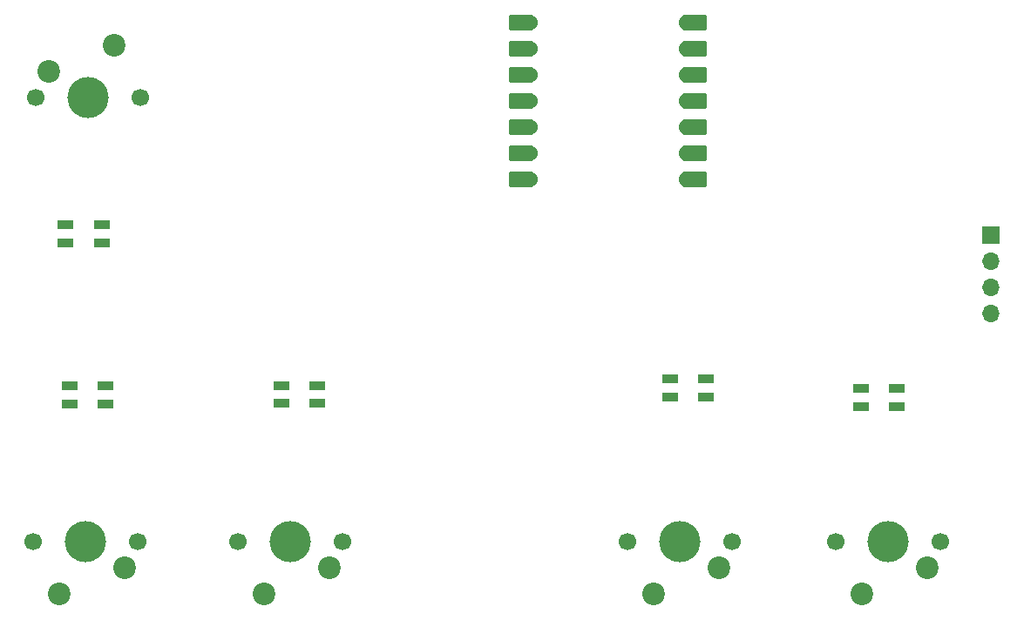
<source format=gbr>
%TF.GenerationSoftware,KiCad,Pcbnew,9.0.6*%
%TF.CreationDate,2025-12-12T19:01:35-05:00*%
%TF.ProjectId,Macropad,4d616372-6f70-4616-942e-6b696361645f,rev?*%
%TF.SameCoordinates,Original*%
%TF.FileFunction,Soldermask,Top*%
%TF.FilePolarity,Negative*%
%FSLAX46Y46*%
G04 Gerber Fmt 4.6, Leading zero omitted, Abs format (unit mm)*
G04 Created by KiCad (PCBNEW 9.0.6) date 2025-12-12 19:01:35*
%MOMM*%
%LPD*%
G01*
G04 APERTURE LIST*
G04 Aperture macros list*
%AMRoundRect*
0 Rectangle with rounded corners*
0 $1 Rounding radius*
0 $2 $3 $4 $5 $6 $7 $8 $9 X,Y pos of 4 corners*
0 Add a 4 corners polygon primitive as box body*
4,1,4,$2,$3,$4,$5,$6,$7,$8,$9,$2,$3,0*
0 Add four circle primitives for the rounded corners*
1,1,$1+$1,$2,$3*
1,1,$1+$1,$4,$5*
1,1,$1+$1,$6,$7*
1,1,$1+$1,$8,$9*
0 Add four rect primitives between the rounded corners*
20,1,$1+$1,$2,$3,$4,$5,0*
20,1,$1+$1,$4,$5,$6,$7,0*
20,1,$1+$1,$6,$7,$8,$9,0*
20,1,$1+$1,$8,$9,$2,$3,0*%
G04 Aperture macros list end*
%ADD10C,1.700000*%
%ADD11C,4.000000*%
%ADD12C,2.200000*%
%ADD13R,1.700000X1.700000*%
%ADD14O,1.700000X1.700000*%
%ADD15R,1.600000X0.850000*%
%ADD16RoundRect,0.152400X1.063600X0.609600X-1.063600X0.609600X-1.063600X-0.609600X1.063600X-0.609600X0*%
%ADD17C,1.524000*%
%ADD18RoundRect,0.152400X-1.063600X-0.609600X1.063600X-0.609600X1.063600X0.609600X-1.063600X0.609600X0*%
G04 APERTURE END LIST*
D10*
%TO.C,SW1*%
X97000000Y-123000000D03*
D11*
X91920000Y-123000000D03*
D10*
X86840000Y-123000000D03*
D12*
X89380000Y-128080000D03*
X95730000Y-125540000D03*
%TD*%
D10*
%TO.C,SW2*%
X116920000Y-123000000D03*
D11*
X111840000Y-123000000D03*
D10*
X106760000Y-123000000D03*
D12*
X109300000Y-128080000D03*
X115650000Y-125540000D03*
%TD*%
D13*
%TO.C,J1*%
X179900000Y-93200000D03*
D14*
X179900000Y-95740000D03*
X179900000Y-98280000D03*
X179900000Y-100820000D03*
%TD*%
D15*
%TO.C,D2*%
X93867500Y-109593750D03*
X93867500Y-107843750D03*
X90367500Y-107843750D03*
X90367500Y-109593750D03*
%TD*%
%TO.C,D3*%
X114450000Y-109575000D03*
X114450000Y-107825000D03*
X110950000Y-107825000D03*
X110950000Y-109575000D03*
%TD*%
%TO.C,D5*%
X170750000Y-109875000D03*
X170750000Y-108125000D03*
X167250000Y-108125000D03*
X167250000Y-109875000D03*
%TD*%
D10*
%TO.C,SW3*%
X154700000Y-123000000D03*
D11*
X149620000Y-123000000D03*
D10*
X144540000Y-123000000D03*
D12*
X147080000Y-128080000D03*
X153430000Y-125540000D03*
%TD*%
D15*
%TO.C,D4*%
X152200000Y-108950000D03*
X152200000Y-107200000D03*
X148700000Y-107200000D03*
X148700000Y-108950000D03*
%TD*%
D16*
%TO.C,U1*%
X134230000Y-72515000D03*
D17*
X135065000Y-72515000D03*
D16*
X134230000Y-75055000D03*
D17*
X135065000Y-75055000D03*
D16*
X134230000Y-77595000D03*
D17*
X135065000Y-77595000D03*
D16*
X134230000Y-80135000D03*
D17*
X135065000Y-80135000D03*
D16*
X134230000Y-82675000D03*
D17*
X135065000Y-82675000D03*
D16*
X134230000Y-85215000D03*
D17*
X135065000Y-85215000D03*
D16*
X134230000Y-87755000D03*
D17*
X135065000Y-87755000D03*
X150305000Y-87755000D03*
D18*
X151140000Y-87755000D03*
D17*
X150305000Y-85215000D03*
D18*
X151140000Y-85215000D03*
D17*
X150305000Y-82675000D03*
D18*
X151140000Y-82675000D03*
D17*
X150305000Y-80135000D03*
D18*
X151140000Y-80135000D03*
D17*
X150305000Y-77595000D03*
D18*
X151140000Y-77595000D03*
D17*
X150305000Y-75055000D03*
D18*
X151140000Y-75055000D03*
D17*
X150305000Y-72515000D03*
D18*
X151140000Y-72515000D03*
%TD*%
D10*
%TO.C,SW4*%
X175000000Y-123000000D03*
D11*
X169920000Y-123000000D03*
D10*
X164840000Y-123000000D03*
D12*
X167380000Y-128080000D03*
X173730000Y-125540000D03*
%TD*%
D15*
%TO.C,D1*%
X90000000Y-92200000D03*
X90000000Y-93950000D03*
X93500000Y-93950000D03*
X93500000Y-92200000D03*
%TD*%
D10*
%TO.C,SW5*%
X87132500Y-79850000D03*
D11*
X92212500Y-79850000D03*
D10*
X97292500Y-79850000D03*
D12*
X94752500Y-74770000D03*
X88402500Y-77310000D03*
%TD*%
M02*

</source>
